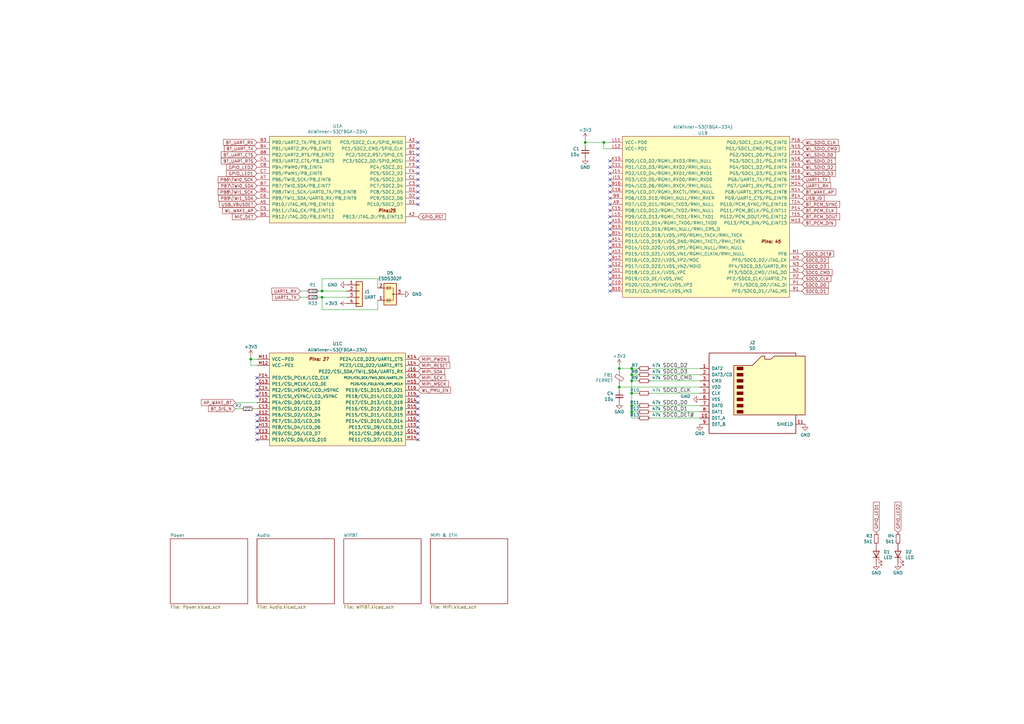
<source format=kicad_sch>
(kicad_sch (version 20230121) (generator eeschema)
  (paper "A3")
  (title_block (title "OtterCastAudioV2") (rev "1.0"))
  (lib_symbols
    (symbol "Connector:Micro_SD_Card_Det" (pin_names (offset 1.016))
      (property "Reference" "J" (at -16.51 17.78 0))
      (property "Value" "Micro_SD_Card_Det" (at 16.51 17.78 0))
      (symbol "Micro_SD_Card_Det_0_1"
        (rectangle (start -7.62 -6.985) (end -5.08 -8.255) (fill (type outline)))
        (rectangle (start -7.62 -4.445) (end -5.08 -5.715) (fill (type outline)))
        (rectangle (start -7.62 -1.905) (end -5.08 -3.175) (fill (type outline)))
        (rectangle (start -7.62 0.635) (end -5.08 -0.635) (fill (type outline)))
        (rectangle (start -7.62 3.175) (end -5.08 1.905) (fill (type outline)))
        (rectangle (start -7.62 5.715) (end -5.08 4.445) (fill (type outline)))
        (rectangle (start -7.62 8.255) (end -5.08 6.985) (fill (type outline)))
        (rectangle (start -7.62 10.795) (end -5.08 9.525) (fill (type outline)))
        (polyline (pts (xy 16.51 15.24) (xy 16.51 16.51) (xy -19.05 16.51) (xy -19.05 -16.51) (xy 16.51 -16.51) (xy 16.51 -8.89)) (stroke (width 0.254)))
        (polyline (pts (xy -8.89 -8.89) (xy -8.89 11.43) (xy -1.27 11.43) (xy 2.54 15.24) (xy 3.81 15.24) (xy 3.81 13.97) (xy 6.35 13.97) (xy 7.62 15.24) (xy 20.32 15.24) (xy 20.32 -8.89) (xy -8.89 -8.89)) (stroke (width 0.254)) (fill (type background)))
      )
      (symbol "Micro_SD_Card_Det_1_1"
        (pin bidirectional line (at -22.86 10.16 0) (length 3.81) (name "DAT2") (number "1"))
        (pin passive line (at -22.86 -10.16 0) (length 3.81) (name "DET_A") (number "10"))
        (pin passive line (at 20.32 -12.7 180) (length 3.81) (name "SHIELD") (number "11"))
        (pin bidirectional line (at -22.86 7.62 0) (length 3.81) (name "DAT3/CD") (number "2"))
        (pin input line (at -22.86 5.08 0) (length 3.81) (name "CMD") (number "3"))
        (pin power_in line (at -22.86 2.54 0) (length 3.81) (name "VDD") (number "4"))
        (pin input line (at -22.86 0 0) (length 3.81) (name "CLK") (number "5"))
        (pin power_in line (at -22.86 -2.54 0) (length 3.81) (name "VSS") (number "6"))
        (pin bidirectional line (at -22.86 -5.08 0) (length 3.81) (name "DAT0") (number "7"))
        (pin bidirectional line (at -22.86 -7.62 0) (length 3.81) (name "DAT1") (number "8"))
        (pin passive line (at -22.86 -12.7 0) (length 3.81) (name "DET_B") (number "9"))
      )
    )
    (symbol "Connector_Generic:Conn_01x04" (pin_names (offset 1.016) hide)
      (property "Reference" "J" (at 0 5.08 0))
      (property "Value" "Conn_01x04" (at 0 -7.62 0))
      (symbol "Conn_01x04_1_1"
        (rectangle (start -1.27 -4.953) (end 0 -5.207) (stroke (width 0.1524)))
        (rectangle (start -1.27 -2.413) (end 0 -2.667) (stroke (width 0.1524)))
        (rectangle (start -1.27 0.127) (end 0 -0.127) (stroke (width 0.1524)))
        (rectangle (start -1.27 2.667) (end 0 2.413) (stroke (width 0.1524)))
        (rectangle (start -1.27 3.81) (end 1.27 -6.35) (stroke (width 0.254)) (fill (type background)))
        (pin passive line (at -5.08 2.54 0) (length 3.81) (name "Pin_1") (number "1"))
        (pin passive line (at -5.08 0 0) (length 3.81) (name "Pin_2") (number "2"))
        (pin passive line (at -5.08 -2.54 0) (length 3.81) (name "Pin_3") (number "3"))
        (pin passive line (at -5.08 -5.08 0) (length 3.81) (name "Pin_4") (number "4"))
      )
    )
    (symbol "Device:C_Small" (pin_numbers hide) (pin_names (offset 0.254) hide)
      (property "Reference" "C" (at 0.254 1.778 0))
      (property "Value" "C_Small" (at 0.254 -2.032 0))
      (symbol "C_Small_0_1"
        (polyline (pts (xy -1.524 -0.508) (xy 1.524 -0.508)) (stroke (width 0.3302)))
        (polyline (pts (xy -1.524 0.508) (xy 1.524 0.508)) (stroke (width 0.3048)))
      )
      (symbol "C_Small_1_1"
        (pin passive line (at 0 2.54 270) (length 2.032) (name "~") (number "1"))
        (pin passive line (at 0 -2.54 90) (length 2.032) (name "~") (number "2"))
      )
    )
    (symbol "Device:LED" (pin_numbers hide) (pin_names (offset 1.016) hide)
      (property "Reference" "D" (at 0 2.54 0))
      (property "Value" "LED" (at 0 -2.54 0))
      (symbol "LED_0_1"
        (polyline (pts (xy -1.27 -1.27) (xy -1.27 1.27)) (stroke (width 0.254)))
        (polyline (pts (xy -1.27 0) (xy 1.27 0)))
        (polyline (pts (xy 1.27 -1.27) (xy 1.27 1.27) (xy -1.27 0) (xy 1.27 -1.27)) (stroke (width 0.254)))
        (polyline (pts (xy -3.048 -0.762) (xy -4.572 -2.286) (xy -3.81 -2.286) (xy -4.572 -2.286) (xy -4.572 -1.524)))
        (polyline (pts (xy -1.778 -0.762) (xy -3.302 -2.286) (xy -2.54 -2.286) (xy -3.302 -2.286) (xy -3.302 -1.524)))
      )
      (symbol "LED_1_1"
        (pin passive line (at -3.81 0 0) (length 2.54) (name "K") (number "1"))
        (pin passive line (at 3.81 0 180) (length 2.54) (name "A") (number "2"))
      )
    )
    (symbol "Device:R_Small" (pin_numbers hide) (pin_names (offset 0.254) hide)
      (property "Reference" "R" (at 0.762 0.508 0))
      (property "Value" "R_Small" (at 0.762 -1.016 0))
      (symbol "R_Small_0_1"
        (rectangle (start -0.762 1.778) (end 0.762 -1.778) (stroke (width 0.2032)))
      )
      (symbol "R_Small_1_1"
        (pin passive line (at 0 2.54 270) (length 0.762) (name "~") (number "1"))
        (pin passive line (at 0 -2.54 90) (length 0.762) (name "~") (number "2"))
      )
    )
    (symbol "OtterCastAudioV2-rescue:Ferrite_Bead_Small-Device" (pin_numbers hide) (pin_names (offset 0))
      (property "Reference" "FB" (at 1.905 1.27 0))
      (property "Value" "Ferrite_Bead_Small-Device" (at 1.905 -1.27 0))
      (symbol "Ferrite_Bead_Small-Device_0_1"
        (polyline (pts (xy 0 -1.27) (xy 0 -0.7874)))
        (polyline (pts (xy 0 0.889) (xy 0 1.2954)))
        (polyline (pts (xy -1.8288 0.2794) (xy -1.1176 1.4986) (xy 1.8288 -0.2032) (xy 1.1176 -1.4224) (xy -1.8288 0.2794)))
      )
      (symbol "Ferrite_Bead_Small-Device_1_1"
        (pin passive line (at 0 2.54 270) (length 1.27) (name "~") (number "1"))
        (pin passive line (at 0 -2.54 90) (length 1.27) (name "~") (number "2"))
      )
    )
    (symbol "Power_Protection:SP0502BAHT" (pin_names hide)
      (property "Reference" "D" (at 5.715 2.54 0))
      (property "Value" "SP0502BAHT" (at 5.715 0.635 0))
      (symbol "SP0502BAHT_0_0"
        (pin passive line (at 0 -5.08 90) (length 2.54) (name "A") (number "3"))
      )
      (symbol "SP0502BAHT_0_1"
        (rectangle (start -4.445 2.54) (end 4.445 -2.54) (stroke (width 0.254)) (fill (type background)))
        (circle (center 0 -1.27) (radius 0.254) (fill (type outline)))
        (polyline (pts (xy -2.54 2.54) (xy -2.54 1.27)))
        (polyline (pts (xy 0 -1.27) (xy 0 -2.54)))
        (polyline (pts (xy 2.54 2.54) (xy 2.54 1.27)))
        (polyline (pts (xy -3.302 1.016) (xy -3.302 1.27) (xy -1.905 1.27) (xy -1.778 1.27)))
        (polyline (pts (xy -2.54 1.27) (xy -2.54 -1.27) (xy 2.54 -1.27) (xy 2.54 1.27)))
        (polyline (pts (xy -2.54 1.27) (xy -1.905 0) (xy -3.175 0) (xy -2.54 1.27)))
        (polyline (pts (xy 1.778 1.016) (xy 1.778 1.27) (xy 3.175 1.27) (xy 3.302 1.27)))
        (polyline (pts (xy 2.54 1.27) (xy 1.905 0) (xy 3.175 0) (xy 2.54 1.27)))
      )
      (symbol "SP0502BAHT_1_1"
        (pin passive line (at -2.54 5.08 270) (length 2.54) (name "K") (number "1"))
        (pin passive line (at 2.54 5.08 270) (length 2.54) (name "K") (number "2"))
      )
    )
    (symbol "otter:AllWinner-S3(FBGA-234)" (pin_names (offset 1.016))
      (property "Reference" "U" (at 0 48.26 0))
      (property "Value" "AllWinner-S3(FBGA-234)" (at 0 -48.26 0))
      (symbol "AllWinner-S3(FBGA-234)_1_0"
        (rectangle (start 27.94 17.78) (end -27.94 -17.78) (fill (type background)))
        (text "Pins:25" (at 20.32 -12.7 0) (effects (font (size 1.27 1.27) bold italic)))
      )
      (symbol "AllWinner-S3(FBGA-234)_1_1"
        (pin bidirectional line (at 33.02 -15.24 180) (length 5.08) (name "PB13/JTAG_DI/PB_EINT13") (number "A2"))
        (pin bidirectional line (at 33.02 15.24 180) (length 5.08) (name "PC0/SDC2_CLK/SPI0_MISO") (number "A3"))
        (pin bidirectional line (at -33.02 -10.16 0) (length 5.08) (name "PB10/JTAG_MS/PB_EINT10") (number "A5"))
        (pin bidirectional line (at -33.02 0 0) (length 5.08) (name "PB6/TWI0_SCK/PB_EINT6") (number "A7"))
        (pin bidirectional line (at 33.02 10.16 180) (length 5.08) (name "PC2/SDC2_RST/SPI0_CS") (number "B1"))
        (pin bidirectional line (at 33.02 12.7 180) (length 5.08) (name "PC1/SDC2_CMD/SPI0_CLK") (number "B2"))
        (pin bidirectional line (at -33.02 15.24 0) (length 5.08) (name "PB0/UART2_TX/PB_EINT0") (number "B3"))
        (pin bidirectional line (at -33.02 12.7 0) (length 5.08) (name "PB1/UART2_RX/PB_EINT1") (number "B4"))
        (pin bidirectional line (at -33.02 -15.24 0) (length 5.08) (name "PB12/JTAG_DO/PB_EINT12") (number "B5"))
        (pin bidirectional line (at -33.02 -5.08 0) (length 5.08) (name "PB8/TWI1_SCK/UART0_TX/PB_EINT8") (number "B6"))
        (pin bidirectional line (at -33.02 -2.54 0) (length 5.08) (name "PB7/TWI0_SDA/PB_EINT7") (number "B7"))
        (pin bidirectional line (at -33.02 10.16 0) (length 5.08) (name "PB2/UART2_RTS/PB_EINT2") (number "B8"))
        (pin bidirectional line (at 33.02 0 180) (length 5.08) (name "PC6/SDC2_D3") (number "C1"))
        (pin bidirectional line (at 33.02 7.62 180) (length 5.08) (name "PC3/SDC2_D0/SPI0_MOSI") (number "C2"))
        (pin bidirectional line (at 33.02 -2.54 180) (length 5.08) (name "PC7/SDC2_D4") (number "C3"))
        (pin bidirectional line (at -33.02 7.62 0) (length 5.08) (name "PB3/UART2_CTS/PB_EINT3") (number "C4"))
        (pin bidirectional line (at -33.02 -12.7 0) (length 5.08) (name "PB11/JTAG_CK/PB_EINT11") (number "C5"))
        (pin bidirectional line (at -33.02 -7.62 0) (length 5.08) (name "PB9/TWI1_SDA/UART0_RX/PB_EINT9") (number "C6"))
        (pin bidirectional line (at -33.02 2.54 0) (length 5.08) (name "PB5/PWM1/PB_EINT5") (number "C7"))
        (pin bidirectional line (at -33.02 5.08 0) (length 5.08) (name "PB4/PWM0/PB_EINT4") (number "C8"))
        (pin bidirectional line (at 33.02 -10.16 180) (length 5.08) (name "PC10/SDC2_D7") (number "D1"))
        (pin bidirectional line (at 33.02 -7.62 180) (length 5.08) (name "PC9/SDC2_D6") (number "D2"))
        (pin bidirectional line (at 33.02 -5.08 180) (length 5.08) (name "PC8/SDC2_D5") (number "D3"))
        (pin bidirectional line (at 33.02 5.08 180) (length 5.08) (name "PC4/SDC2_D1") (number "F3"))
        (pin bidirectional line (at 33.02 2.54 180) (length 5.08) (name "PC5/SDC2_D2") (number "F4"))
      )
      (symbol "AllWinner-S3(FBGA-234)_2_0"
        (rectangle (start -33.02 33.02) (end 35.56 -33.02) (fill (type background)))
        (rectangle (start 12.7 -33.02) (end 12.7 -33.02))
        (text "Pins: 45" (at 27.94 -10.16 0) (effects (font (size 1.27 1.27) bold italic)))
      )
      (symbol "AllWinner-S3(FBGA-234)_2_1"
        (pin bidirectional line (at -38.1 -22.86 0) (length 5.08) (name "PD18/LCD_CLK/LVDS_VPC") (number "A11"))
        (pin bidirectional line (at -38.1 -15.24 0) (length 5.08) (name "PD15/LCD_D21/LVDS_VN1/RGMII_CLKIN/RMII_NULL") (number "A13"))
        (pin bidirectional line (at -38.1 -10.16 0) (length 5.08) (name "PD13/LCD_D19/LVDS_DN0/RGMII_TXCTL/RMII_TXEN") (number "A14"))
        (pin bidirectional line (at -38.1 -2.54 0) (length 5.08) (name "PD10/LCD_D14/RGMII_TXD0/RMII_TXD0") (number "A15"))
        (pin bidirectional line (at -38.1 5.08 0) (length 5.08) (name "PD7/LCD_D11/RGMII_TXD3/RMII_NULL") (number "A9"))
        (pin bidirectional line (at -38.1 -30.48 0) (length 5.08) (name "PD21/LCD_VSYNC/LVDS_VN3") (number "B10"))
        (pin bidirectional line (at -38.1 -25.4 0) (length 5.08) (name "PD19/LCD_DE/LVDS_VNC") (number "B11"))
        (pin bidirectional line (at -38.1 -17.78 0) (length 5.08) (name "PD16/LCD_D22/LVDS_VP2/MDC") (number "B12"))
        (pin bidirectional line (at -38.1 -12.7 0) (length 5.08) (name "PD14/LCD_D20/LVDS_VP1/RGMII_NULL/RMII_NULL") (number "B13"))
        (pin bidirectional line (at -38.1 -7.62 0) (length 5.08) (name "PD12/LCD_D18/LVDS_VP0/RGMII_TXCK/RMII_TXCK") (number "B14"))
        (pin bidirectional line (at -38.1 -5.08 0) (length 5.08) (name "PD11/LCD_D15/RGMII_NULL/RMII_CRS_D") (number "B15"))
        (pin bidirectional line (at -38.1 12.7 0) (length 5.08) (name "PD4/LCD_D6/RGMII_RXCK/RMII_NULL") (number "B16"))
        (pin bidirectional line (at -38.1 7.62 0) (length 5.08) (name "PD6/LCD_D10/RGMII_NULL/RMII_RXER") (number "B9"))
        (pin bidirectional line (at -38.1 -27.94 0) (length 5.08) (name "PD20/LCD_HSYNC/LVDS_VP3") (number "C10"))
        (pin bidirectional line (at -38.1 20.32 0) (length 5.08) (name "PD1/LCD_D3/RGMII_RXD2/RMII_NULL") (number "C11"))
        (pin bidirectional line (at -38.1 -20.32 0) (length 5.08) (name "PD17/LCD_D23/LVDS_VN2/MDIO") (number "C12"))
        (pin bidirectional line (at -38.1 2.54 0) (length 5.08) (name "PD8/LCD_D12/RGMII_TXD2/RMII_NULL") (number "C15"))
        (pin bidirectional line (at -38.1 10.16 0) (length 5.08) (name "PD5/LCD_D7/RGMII_RXCTL/RMII_NULL") (number "C16"))
        (pin bidirectional line (at -38.1 17.78 0) (length 5.08) (name "PD2/LCD_D4/RGMII_RXD1/RMII_RXD1") (number "J14"))
        (pin bidirectional line (at -38.1 15.24 0) (length 5.08) (name "PD3/LCD_D5/RGMII_RXD0/RMII_RXD0") (number "J15"))
        (pin bidirectional line (at -38.1 22.86 0) (length 5.08) (name "PD0/LCD_D2/RGMII_RXD3/RMII_NULL") (number "K15"))
        (pin power_in line (at -38.1 30.48 0) (length 5.08) (name "VCC-PD0") (number "L11"))
        (pin power_in line (at -38.1 27.94 0) (length 5.08) (name "VCC-PD1") (number "L12"))
        (pin bidirectional line (at -38.1 0 0) (length 5.08) (name "PD9/LCD_D13/RGMII_TXD1/RMII_TXD1") (number "L15"))
        (pin bidirectional line (at 40.64 -15.24 180) (length 5.08) (name "PF6") (number "M1"))
        (pin bidirectional line (at 40.64 -2.54 180) (length 5.08) (name "PG13/PCM_DIN/PG_EINT13") (number "M13"))
        (pin bidirectional line (at 40.64 12.7 180) (length 5.08) (name "PG7/UART1_RX/PG_EINT7") (number "M14"))
        (pin bidirectional line (at 40.64 15.24 180) (length 5.08) (name "PG6/UART1_TX/PG_EINT6") (number "M15"))
        (pin bidirectional line (at 40.64 -17.78 180) (length 5.08) (name "PF5/SDC0_D2/JTAG_CK") (number "M2"))
        (pin bidirectional line (at 40.64 10.16 180) (length 5.08) (name "PG8/UART1_RTS/PG_EINT8") (number "N14"))
        (pin bidirectional line (at 40.64 27.94 180) (length 5.08) (name "PG1/SDC1_CMD/PG_EINT1") (number "N15"))
        (pin bidirectional line (at 40.64 22.86 180) (length 5.08) (name "PG3/SDC1_D1/PG_EINT3") (number "N16"))
        (pin bidirectional line (at 40.64 -22.86 180) (length 5.08) (name "PF3/SDC0_CMD/JTAG_DO") (number "N2"))
        (pin bidirectional line (at 40.64 -20.32 180) (length 5.08) (name "PF4/SDC0_D3/UART0_RX") (number "N3"))
        (pin bidirectional line (at 40.64 -27.94 180) (length 5.08) (name "PF1/SDC0_D0/JTAG_DI") (number "P1"))
        (pin bidirectional line (at 40.64 2.54 180) (length 5.08) (name "PG11/PCM_BCLK/PG_EINT11") (number "P14"))
        (pin bidirectional line (at 40.64 25.4 180) (length 5.08) (name "PG2/SDC1_D0/PG_EINT2") (number "P15"))
        (pin bidirectional line (at 40.64 30.48 180) (length 5.08) (name "PG0/SDC1_CLK/PG_EINT0") (number "P16"))
        (pin bidirectional line (at 40.64 -25.4 180) (length 5.08) (name "PF2/SDC0_CLK/UART0_TX") (number "P2"))
        (pin bidirectional line (at 40.64 -30.48 180) (length 5.08) (name "PF0/SDC0_D1/JTAG_MS") (number "R1"))
        (pin bidirectional line (at 40.64 7.62 180) (length 5.08) (name "PG9/UART1_CTS/PG_EINT9") (number "R14"))
        (pin bidirectional line (at 40.64 20.32 180) (length 5.08) (name "PG4/SDC1_D2/PG_EINT4") (number "R15"))
        (pin bidirectional line (at 40.64 17.78 180) (length 5.08) (name "PG5/SDC1_D3/PG_EINT5") (number "R16"))
        (pin bidirectional line (at 40.64 5.08 180) (length 5.08) (name "PG10/PCM_SYNC/PG_EINT10") (number "T14"))
        (pin bidirectional line (at 40.64 0 180) (length 5.08) (name "PG12/PCM_DOUT/PG_EINT12") (number "T15"))
      )
      (symbol "AllWinner-S3(FBGA-234)_3_0"
        (rectangle (start -27.94 17.78) (end 27.94 -20.32) (fill (type background)))
        (text "Pins: 27" (at -7.62 15.24 0) (effects (font (size 1.27 1.27) bold italic)))
      )
      (symbol "AllWinner-S3(FBGA-234)_3_1"
        (pin bidirectional line (at -33.02 -5.08 0) (length 5.08) (name "PE5/CSI_D1/LCD_D3") (number "C13"))
        (pin bidirectional line (at -33.02 2.54 0) (length 5.08) (name "PE2/CSI_HSYNC/LCD_HSYNC") (number "C14"))
        (pin bidirectional line (at 33.02 -2.54 180) (length 5.08) (name "PE17/CSI_D13/LCD_D19") (number "D14"))
        (pin bidirectional line (at 33.02 -5.08 180) (length 5.08) (name "PE16/CSI_D12/LCD_D18") (number "D15"))
        (pin bidirectional line (at -33.02 -7.62 0) (length 5.08) (name "PE6/CSI_D2/LCD_D4") (number "E12"))
        (pin bidirectional line (at -33.02 -15.24 0) (length 5.08) (name "PE9/CSI_D5/LCD_D7") (number "E13"))
        (pin bidirectional line (at 33.02 0 180) (length 5.08) (name "PE18/CSI_D14/LCD_D20") (number "E15"))
        (pin bidirectional line (at 33.02 2.54 180) (length 5.08) (name "PE19/CSI_D15/LCD_D21") (number "E16"))
        (pin bidirectional line (at -33.02 -2.54 0) (length 5.08) (name "PE4/CSI_D0/LCD_D2") (number "F12"))
        (pin bidirectional line (at -33.02 7.62 0) (length 5.08) (name "PE0/CSI_PCLK/LCD_CLK") (number "F14"))
        (pin bidirectional line (at -33.02 0 0) (length 5.08) (name "PE3/CSI_VSYNC/LCD_VSYNC") (number "F15"))
        (pin bidirectional line (at -33.02 5.08 0) (length 5.08) (name "PE1/CSI_MCLK/LCD_DE") (number "G13"))
        (pin bidirectional line (at 33.02 -15.24 180) (length 5.08) (name "PE12/CSI_D8/LCD_D12") (number "G14"))
        (pin bidirectional line (at -33.02 -10.16 0) (length 5.08) (name "PE7/CSI_D3/LCD_D5") (number "G15"))
        (pin bidirectional line (at 33.02 7.62 180) (length 5.08) (name "PE21/CSI_SCK/TWI1_SCK/UART1_TX") (number "G16"))
        (pin bidirectional line (at -33.02 -12.7 0) (length 5.08) (name "PE8/CSI_D4/LCD_D6") (number "H13"))
        (pin bidirectional line (at 33.02 -17.78 180) (length 5.08) (name "PE11/CSI_D7/LCD_D11") (number "H14"))
        (pin bidirectional line (at 33.02 5.08 180) (length 5.08) (name "PE20/CSI_FIELD/CSI_MIPI_MCLK") (number "H15"))
        (pin bidirectional line (at -33.02 -17.78 0) (length 5.08) (name "PE10/CSI_D6/LCD_D10") (number "J13"))
        (pin bidirectional line (at 33.02 10.16 180) (length 5.08) (name "PE22/CSI_SDA/TWI1_SDA/UART1_RX") (number "J16"))
        (pin bidirectional line (at 33.02 -7.62 180) (length 5.08) (name "PE15/CSI_D11/LCD_D15") (number "K13"))
        (pin bidirectional line (at 33.02 15.24 180) (length 5.08) (name "PE24/LCD_D23/UART1_CTS") (number "K14"))
        (pin bidirectional line (at 33.02 -12.7 180) (length 5.08) (name "PE13/CSI_D9/LCD_D13") (number "L13"))
        (pin bidirectional line (at 33.02 12.7 180) (length 5.08) (name "PE23/LCD_D22/UART1_RTS") (number "L14"))
        (pin bidirectional line (at 33.02 -10.16 180) (length 5.08) (name "PE14/CSI_D10/LCD_D14") (number "L16"))
        (pin power_in line (at -33.02 15.24 0) (length 5.08) (name "VCC-PE0") (number "M11"))
        (pin power_in line (at -33.02 12.7 0) (length 5.08) (name "VCC-PE1") (number "M12"))
      )
      (symbol "AllWinner-S3(FBGA-234)_4_0"
        (rectangle (start -27.94 33.02) (end 27.94 -33.02) (fill (type background)))
        (text "Pins: 77" (at 0 0 0) (effects (font (size 1.27 1.27) bold italic)))
        (text "Port B,C,F,G" (at -23.495 29.21 0) (effects (font (size 0.635 0.635))))
      )
      (symbol "AllWinner-S3(FBGA-234)_4_1"
        (pin power_in line (at 33.02 -27.94 180) (length 5.08) (name "GND20") (number "A1"))
        (pin power_in line (at 33.02 -25.4 180) (length 5.08) (name "GND21") (number "A16"))
        (pin power_in line (at 33.02 -22.86 180) (length 5.08) (name "GND22") (number "C9"))
        (pin power_in line (at 33.02 -5.08 180) (length 5.08) (name "GND29") (number "D10"))
        (pin power_in line (at 33.02 -2.54 180) (length 5.08) (name "GND30") (number "D11"))
        (pin power_in line (at 33.02 0 180) (length 5.08) (name "GND31") (number "D12"))
        (pin power_in line (at 33.02 -20.32 180) (length 5.08) (name "GND23") (number "D4"))
        (pin power_in line (at 33.02 -17.78 180) (length 5.08) (name "GND24") (number "D5"))
        (pin power_in line (at 33.02 -15.24 180) (length 5.08) (name "GND25") (number "D6"))
        (pin power_in line (at 33.02 -12.7 180) (length 5.08) (name "GND26") (number "D7"))
        (pin power_in line (at 33.02 -10.16 180) (length 5.08) (name "GND27") (number "D8"))
        (pin power_in line (at 33.02 -7.62 180) (length 5.08) (name "GND28") (number "D9"))
        (pin power_in line (at 33.02 17.78 180) (length 5.08) (name "GND38") (number "E10"))
        (pin power_in line (at 33.02 20.32 180) (length 5.08) (name "GND39") (number "E11"))
        (pin power_in line (at -33.02 -27.94 0) (length 5.08) (name "GND0") (number "E14"))
        (pin power_in line (at 33.02 2.54 180) (length 5.08) (name "GND32") (number "E4"))
        (pin bidirectional line (at 33.02 5.08 180) (length 5.08) (name "GND33") (number "E5"))
        (pin bidirectional line (at 33.02 7.62 180) (length 5.08) (name "GND34") (number "E6"))
        (pin power_in line (at 33.02 10.16 180) (length 5.08) (name "GND35") (number "E7"))
        (pin power_in line (at 33.02 12.7 180) (length 5.08) (name "GND36") (number "E8"))
        (pin power_in line (at 33.02 15.24 180) (length 5.08) (name "GND37") (number "E9"))
        (pin power_in line (at -20.32 -38.1 90) (length 5.08) (name "GND2") (number "F10"))
        (pin power_in line (at -17.78 -38.1 90) (length 5.08) (name "GND3") (number "F11"))
        (pin power_in line (at -33.02 -5.08 0) (length 5.08) (name "VCC_DRAM0") (number "F6"))
        (pin power_in line (at -33.02 -7.62 0) (length 5.08) (name "VCC_DRAM1") (number "F7"))
        (pin power_in line (at -33.02 -10.16 0) (length 5.08) (name "VCC_DRAM2") (number "F8"))
        (pin power_in line (at -33.02 -30.48 0) (length 5.08) (name "GND1") (number "F9"))
        (pin power_in line (at -2.54 -38.1 90) (length 5.08) (name "GND9") (number "G10"))
        (pin power_in line (at 0 -38.1 90) (length 5.08) (name "GND10") (number "G11"))
        (pin power_in line (at -33.02 10.16 0) (length 5.08) (name "VDD_CPU0") (number "G12"))
        (pin power_in line (at -15.24 -38.1 90) (length 5.08) (name "GND4") (number "G4"))
        (pin power_in line (at -12.7 -38.1 90) (length 5.08) (name "GND5") (number "G5"))
        (pin power_in line (at -10.16 -38.1 90) (length 5.08) (name "GND6") (number "G6"))
        (pin power_in line (at -7.62 -38.1 90) (length 5.08) (name "GND7") (number "G7"))
        (pin power_in line (at -33.02 -12.7 0) (length 5.08) (name "VCC_DRAM3") (number "G8"))
        (pin power_in line (at -5.08 -38.1 90) (length 5.08) (name "GND8") (number "G9"))
        (pin power_in line (at 15.24 -38.1 90) (length 5.08) (name "GND16") (number "H10"))
        (pin power_in line (at -33.02 30.48 0) (length 5.08) (name "VCC_IO0") (number "H11"))
        (pin power_in line (at -33.02 7.62 0) (length 5.08) (name "VDD_CPU1") (number "H12"))
        (pin power_in line (at 2.54 -38.1 90) (length 5.08) (name "GND11") (number "H3"))
        (pin power_in line (at 5.08 -38.1 90) (length 5.08) (name "GND12") (number "H4"))
        (pin power_in line (at 7.62 -38.1 90) (length 5.08) (name "GND13") (number "H5"))
        (pin power_in line (at 10.16 -38.1 90) (length 5.08) (name "GND14") (number "H7"))
        (pin power_in line (at -33.02 -15.24 0) (length 5.08) (name "VCC_DRAM4") (number "H8"))
        (pin power_in line (at 12.7 -38.1 90) (length 5.08) (name "GND15") (number "H9"))
        (pin power_in line (at -12.7 38.1 270) (length 5.08) (name "GND56") (number "J10"))
        (pin power_in line (at -33.02 5.08 0) (length 5.08) (name "VDD_CPU2") (number "J11"))
        (pin power_in line (at -33.02 2.54 0) (length 5.08) (name "VDD_CPU3") (number "J12"))
        (pin power_in line (at 17.78 -38.1 90) (length 5.08) (name "GND17") (number "J3"))
        (pin power_in line (at 20.32 -38.1 90) (length 5.08) (name "GND18") (number "J4"))
        (pin power_in line (at 33.02 -30.48 180) (length 5.08) (name "GND19") (number "J6"))
        (pin power_in line (at -17.78 38.1 270) (length 5.08) (name "GND58") (number "J7"))
        (pin power_in line (at -33.02 -17.78 0) (length 5.08) (name "VCC_DRAM5") (number "J8"))
        (pin power_in line (at -15.24 38.1 270) (length 5.08) (name "GND57") (number "J9"))
        (pin power_in line (at 0 38.1 270) (length 5.08) (name "GND51") (number "K10"))
        (pin power_in line (at -33.02 0 0) (length 5.08) (name "VDD_CPU4") (number "K11"))
        (pin power_in line (at 2.54 38.1 270) (length 5.08) (name "GND50") (number "K12"))
        (pin power_in line (at -10.16 38.1 270) (length 5.08) (name "GND55") (number "K3"))
        (pin power_in line (at -7.62 38.1 270) (length 5.08) (name "GND54") (number "K4"))
        (pin power_in line (at -5.08 38.1 270) (length 5.08) (name "GND53") (number "K6"))
        (pin power_in line (at -2.54 38.1 270) (length 5.08) (name "GND52") (number "K7"))
        (pin power_in line (at -33.02 22.86 0) (length 5.08) (name "VDD_SYS0") (number "K8"))
        (pin power_in line (at -33.02 20.32 0) (length 5.08) (name "VDD_SYS1") (number "K9"))
        (pin power_in line (at 12.7 38.1 270) (length 5.08) (name "GND46") (number "L10"))
        (pin power_in line (at 5.08 38.1 270) (length 5.08) (name "GND49") (number "L4"))
        (pin power_in line (at 7.62 38.1 270) (length 5.08) (name "GND48") (number "L7"))
        (pin power_in line (at -33.02 17.78 0) (length 5.08) (name "VDD_SYS2") (number "L8"))
        (pin power_in line (at 10.16 38.1 270) (length 5.08) (name "GND47") (number "L9"))
        (pin power_in line (at 15.24 38.1 270) (length 5.08) (name "GND45") (number "M10"))
        (pin power_in line (at -33.02 -22.86 0) (length 5.08) (name "VDD_EFUSE") (number "M6"))
        (pin power_in line (at -33.02 15.24 0) (length 5.08) (name "VDD_SYS3") (number "M8"))
        (pin power_in line (at 33.02 30.48 180) (length 5.08) (name "GND43") (number "N4"))
        (pin power_in line (at 17.78 38.1 270) (length 5.08) (name "GND44") (number "N8"))
        (pin power_in line (at -33.02 27.94 0) (length 5.08) (name "VCC_IO1") (number "P5"))
        (pin power_in line (at 33.02 27.94 180) (length 5.08) (name "GND42") (number "R5"))
        (pin power_in line (at 33.02 22.86 180) (length 5.08) (name "GND40") (number "T1"))
        (pin power_in line (at 33.02 25.4 180) (length 5.08) (name "GND41") (number "T16"))
      )
      (symbol "AllWinner-S3(FBGA-234)_5_0"
        (rectangle (start -12.7 -45.72) (end 12.7 45.72) (fill (type background)))
        (text "Pins:60" (at -2.54 -43.18 0) (effects (font (size 1.27 1.27) bold italic)))
      )
      (symbol "AllWinner-S3(FBGA-234)_5_1"
        (pin bidirectional line (at 17.78 -2.54 180) (length 5.08) (name "EPHY_TXN") (number "E2"))
        (pin bidirectional line (at 17.78 0 180) (length 5.08) (name "EPHY_TXP") (number "E3"))
        (pin bidirectional line (at 17.78 -7.62 180) (length 5.08) (name "EPHY_RXN") (number "F1"))
        (pin bidirectional line (at 17.78 -5.08 180) (length 5.08) (name "EPHY_RXP") (number "F2"))
        (pin input line (at -17.78 -43.18 0) (length 5.08) (name "ZQ") (number "F5"))
        (pin bidirectional line (at 17.78 17.78 180) (length 5.08) (name "MCSI_D0N") (number "G2"))
        (pin bidirectional line (at 17.78 15.24 180) (length 5.08) (name "MCSI_D0P") (number "G3"))
        (pin bidirectional line (at 17.78 22.86 180) (length 5.08) (name "MCSI_D1N") (number "H1"))
        (pin bidirectional line (at 17.78 20.32 180) (length 5.08) (name "MCSI_D1P") (number "H2"))
        (pin input line (at -17.78 -38.1 0) (length 5.08) (name "DVREF") (number "H6"))
        (pin bidirectional line (at 17.78 12.7 180) (length 5.08) (name "MCSI_CKN") (number "J1"))
        (pin bidirectional line (at 17.78 10.16 180) (length 5.08) (name "MCSI_CKP") (number "J2"))
        (pin input line (at -17.78 -40.64 0) (length 5.08) (name "DZQ") (number "J5"))
        (pin bidirectional line (at 17.78 27.94 180) (length 5.08) (name "MCSI_D2N") (number "K1"))
        (pin bidirectional line (at 17.78 25.4 180) (length 5.08) (name "MCSI_D2P") (number "K2"))
        (pin bidirectional line (at 17.78 -10.16 180) (length 5.08) (name "EPHY_LINK_LED") (number "K5"))
        (pin bidirectional line (at 17.78 33.02 180) (length 5.08) (name "MCSI_D3N") (number "L2"))
        (pin bidirectional line (at 17.78 30.48 180) (length 5.08) (name "MCSI_D3P") (number "L3"))
        (pin bidirectional line (at 17.78 -12.7 180) (length 5.08) (name "EPHY_SPD_LED") (number "L5"))
        (pin power_in line (at 17.78 -38.1 180) (length 5.08) (name "VCC_PLL") (number "L6"))
        (pin power_in line (at 17.78 35.56 180) (length 5.08) (name "VCC_MCSI") (number "M4"))
        (pin power_in line (at 17.78 5.08 180) (length 5.08) (name "EPHY_VCC") (number "M5"))
        (pin power_in line (at -17.78 -2.54 0) (length 5.08) (name "AVCC") (number "M7"))
        (pin input line (at -17.78 -15.24 0) (length 5.08) (name "HPVCCBP") (number "M9"))
        (pin input line (at -17.78 2.54 0) (length 5.08) (name "VRA2") (number "N10"))
        (pin input line (at -17.78 -20.32 0) (length 5.08) (name "HPCOMFB") (number "N11"))
        (pin bidirectional line (at -17.78 -17.78 0) (length 5.08) (name "HPCOM") (number "N12"))
        (pin bidirectional line (at -17.78 -25.4 0) (length 5.08) (name "HPOUTR") (number "N13"))
        (pin power_in line (at 17.78 2.54 180) (length 5.08) (name "EPHY_VDD") (number "N5"))
        (pin power_in line (at 17.78 -20.32 180) (length 5.08) (name "VCC_RTC") (number "N6"))
        (pin power_in line (at -17.78 33.02 0) (length 5.08) (name "VCC_USB") (number "N7"))
        (pin input line (at -17.78 20.32 0) (length 5.08) (name "HBIAS") (number "N9"))
        (pin input line (at -17.78 22.86 0) (length 5.08) (name "MBIAS") (number "P10"))
        (pin bidirectional line (at -17.78 10.16 0) (length 5.08) (name "MICIN2N") (number "P11"))
        (pin power_in line (at -17.78 -12.7 0) (length 5.08) (name "HPVCCIN") (number "P12"))
        (pin bidirectional line (at -17.78 -22.86 0) (length 5.08) (name "HPOUTL") (number "P13"))
        (pin output line (at 17.78 -22.86 180) (length 5.08) (name "X32KFOUT") (number "P3"))
        (pin output line (at 17.78 -43.18 180) (length 5.08) (name "X24MOUT") (number "P4"))
        (pin bidirectional line (at 17.78 -15.24 180) (length 5.08) (name "EPHY_RTX") (number "P6"))
        (pin input inverted (at -17.78 38.1 0) (length 5.08) (name "RESET") (number "P7"))
        (pin power_in line (at -17.78 -7.62 0) (length 5.08) (name "AGND") (number "P8"))
        (pin bidirectional line (at -17.78 17.78 0) (length 5.08) (name "MICIN3P") (number "P9"))
        (pin bidirectional line (at -17.78 5.08 0) (length 5.08) (name "MICIN1N") (number "R10"))
        (pin bidirectional line (at -17.78 12.7 0) (length 5.08) (name "MICIN2P") (number "R11"))
        (pin bidirectional line (at -17.78 -33.02 0) (length 5.08) (name "LINEINL") (number "R12"))
        (pin input line (at -17.78 43.18 0) (length 5.08) (name "JTAG_SEL") (number "R13"))
        (pin bidirectional line (at -17.78 30.48 0) (length 5.08) (name "USB_DM") (number "R2"))
        (pin output line (at 17.78 -30.48 180) (length 5.08) (name "X32KOUT") (number "R3"))
        (pin input line (at 17.78 -40.64 180) (length 5.08) (name "X24MIN") (number "R4"))
        (pin bidirectional line (at -17.78 -30.48 0) (length 5.08) (name "LINEOUTL") (number "R6"))
        (pin input line (at -17.78 40.64 0) (length 5.08) (name "NMI") (number "R7"))
        (pin input line (at 17.78 40.64 180) (length 5.08) (name "LRADC1") (number "R8"))
        (pin bidirectional line (at -17.78 15.24 0) (length 5.08) (name "MICIN3N") (number "R9"))
        (pin bidirectional line (at -17.78 7.62 0) (length 5.08) (name "MICIN1P") (number "T10"))
        (pin bidirectional line (at -17.78 -35.56 0) (length 5.08) (name "LINEINR") (number "T12"))
        (pin bidirectional line (at -17.78 27.94 0) (length 5.08) (name "USB_DP") (number "T2"))
        (pin input line (at 17.78 -25.4 180) (length 5.08) (name "X32KIN") (number "T3"))
        (pin power_out line (at 17.78 -33.02 180) (length 5.08) (name "RTC_VIO") (number "T5"))
        (pin bidirectional line (at -17.78 -27.94 0) (length 5.08) (name "LINEOUTR") (number "T6"))
        (pin input line (at 17.78 43.18 180) (length 5.08) (name "LRADC0") (number "T8"))
      )
    )
    (symbol "otter:GND" (power) (pin_names (offset 0))
      (property "Value" "GND" (at 0 -3.81 0))
      (symbol "GND_0_1"
        (polyline (pts (xy 0 0) (xy 0 -1.27) (xy 1.27 -1.27) (xy 0 -2.54) (xy -1.27 -1.27) (xy 0 -1.27)))
      )
      (symbol "GND_1_1"
        (pin power_in line (at 0 0 270) (length 0) hide (name "GND") (number "1"))
      )
    )
    (symbol "power:+3V3" (power) (pin_names (offset 0))
      (property "Value" "+3V3" (at 0 3.556 0))
      (symbol "+3V3_0_1"
        (polyline (pts (xy -0.762 1.27) (xy 0 2.54)))
        (polyline (pts (xy 0 0) (xy 0 2.54)))
        (polyline (pts (xy 0 2.54) (xy 0.762 1.27)))
      )
      (symbol "+3V3_1_1"
        (pin power_in line (at 0 0 90) (length 0) hide (name "+3V3") (number "1"))
      )
    )
    (symbol "power:GND" (power) (pin_names (offset 0))
      (property "Value" "GND" (at 0 -3.81 0))
      (symbol "GND_0_1"
        (polyline (pts (xy 0 0) (xy 0 -1.27) (xy 1.27 -1.27) (xy 0 -2.54) (xy -1.27 -1.27) (xy 0 -1.27)))
      )
      (symbol "GND_1_1"
        (pin power_in line (at 0 0 270) (length 0) hide (name "GND") (number "1"))
      )
    )
  )
  (junction (at 259.08 151.13))
  (junction (at 259.08 166.37))
  (junction (at 259.08 156.21))
  (junction (at 102.87 147.32))
  (junction (at 132.08 119.38))
  (junction (at 259.08 161.29))
  (junction (at 254 158.75))
  (junction (at 259.08 168.91))
  (junction (at 132.08 121.92))
  (junction (at 240.03 58.42))
  (junction (at 247.65 58.42))
  (junction (at 254 151.13))
  (junction (at 259.08 153.67))
  (no_connect (at 250.19 88.9))
  (no_connect (at 171.45 172.72))
  (no_connect (at 105.41 170.18))
  (no_connect (at 171.45 76.2))
  (no_connect (at 171.45 170.18))
  (no_connect (at 250.19 99.06))
  (no_connect (at 171.45 177.8))
  (no_connect (at 171.45 71.12))
  (no_connect (at 105.41 172.72))
  (no_connect (at 250.19 71.12))
  (no_connect (at 171.45 81.28))
  (no_connect (at 105.41 162.56))
  (no_connect (at 171.45 63.5))
  (no_connect (at 250.19 109.22))
  (no_connect (at 171.45 66.04))
  (no_connect (at 105.41 154.94))
  (no_connect (at 105.41 157.48))
  (no_connect (at 250.19 83.82))
  (no_connect (at 171.45 68.58))
  (no_connect (at 105.41 177.8))
  (no_connect (at 105.41 175.26))
  (no_connect (at 250.19 81.28))
  (no_connect (at 250.19 78.74))
  (no_connect (at 171.45 73.66))
  (no_connect (at 250.19 86.36))
  (no_connect (at 171.45 58.42))
  (no_connect (at 250.19 116.84))
  (no_connect (at 250.19 93.98))
  (no_connect (at 171.45 167.64))
  (no_connect (at 250.19 104.14))
  (no_connect (at 105.41 180.34))
  (no_connect (at 171.45 78.74))
  (no_connect (at 105.41 160.02))
  (no_connect (at 250.19 96.52))
  (no_connect (at 250.19 68.58))
  (no_connect (at 171.45 60.96))
  (no_connect (at 250.19 114.3))
  (no_connect (at 250.19 106.68))
  (no_connect (at 171.45 83.82))
  (no_connect (at 171.45 180.34))
  (no_connect (at 171.45 165.1))
  (no_connect (at 171.45 175.26))
  (no_connect (at 171.45 162.56))
  (no_connect (at 250.19 101.6))
  (no_connect (at 250.19 73.66))
  (no_connect (at 250.19 66.04))
  (no_connect (at 250.19 111.76))
  (no_connect (at 250.19 76.2))
  (no_connect (at 250.19 91.44))
  (no_connect (at 250.19 119.38))
  (wire (pts (xy 154.94 127) (xy 154.94 123.19)))
  (wire (pts (xy 259.08 161.29) (xy 261.62 161.29)))
  (wire (pts (xy 247.65 60.96) (xy 250.19 60.96)))
  (wire (pts (xy 240.03 57.15) (xy 240.03 58.42)))
  (wire (pts (xy 130.81 121.92) (xy 132.08 121.92)))
  (wire (pts (xy 132.08 119.38) (xy 132.08 114.3)))
  (wire (pts (xy 132.08 119.38) (xy 142.24 119.38)))
  (wire (pts (xy 259.08 151.13) (xy 254 151.13)))
  (wire (pts (xy 123.19 121.92) (xy 125.73 121.92)))
  (wire (pts (xy 96.52 165.1) (xy 105.41 165.1)))
  (wire (pts (xy 259.08 171.45) (xy 261.62 171.45)))
  (wire (pts (xy 266.7 153.67) (xy 287.02 153.67)))
  (wire (pts (xy 266.7 166.37) (xy 287.02 166.37)))
  (wire (pts (xy 266.7 168.91) (xy 287.02 168.91)))
  (wire (pts (xy 259.08 153.67) (xy 259.08 156.21)))
  (wire (pts (xy 123.19 119.38) (xy 125.73 119.38)))
  (wire (pts (xy 247.65 58.42) (xy 247.65 60.96)))
  (wire (pts (xy 247.65 58.42) (xy 250.19 58.42)))
  (wire (pts (xy 266.7 161.29) (xy 287.02 161.29)))
  (wire (pts (xy 261.62 168.91) (xy 259.08 168.91)))
  (wire (pts (xy 266.7 151.13) (xy 287.02 151.13)))
  (wire (pts (xy 261.62 153.67) (xy 259.08 153.67)))
  (wire (pts (xy 261.62 156.21) (xy 259.08 156.21)))
  (wire (pts (xy 259.08 168.91) (xy 259.08 171.45)))
  (wire (pts (xy 259.08 166.37) (xy 261.62 166.37)))
  (wire (pts (xy 247.65 58.42) (xy 240.03 58.42)))
  (wire (pts (xy 132.08 121.92) (xy 142.24 121.92)))
  (wire (pts (xy 266.7 171.45) (xy 287.02 171.45)))
  (wire (pts (xy 132.08 121.92) (xy 132.08 127)))
  (wire (pts (xy 259.08 166.37) (xy 259.08 168.91)))
  (wire (pts (xy 130.81 119.38) (xy 132.08 119.38)))
  (wire (pts (xy 259.08 161.29) (xy 259.08 166.37)))
  (wire (pts (xy 254 158.75) (xy 254 160.02)))
  (wire (pts (xy 254 158.75) (xy 287.02 158.75)))
  (wire (pts (xy 132.08 114.3) (xy 154.94 114.3)))
  (wire (pts (xy 259.08 156.21) (xy 259.08 161.29)))
  (wire (pts (xy 102.87 147.32) (xy 105.41 147.32)))
  (wire (pts (xy 254 151.13) (xy 254 149.86)))
  (wire (pts (xy 266.7 156.21) (xy 287.02 156.21)))
  (wire (pts (xy 259.08 151.13) (xy 259.08 153.67)))
  (wire (pts (xy 254 151.13) (xy 254 152.4)))
  (wire (pts (xy 132.08 127) (xy 154.94 127)))
  (wire (pts (xy 104.14 167.64) (xy 105.41 167.64)))
  (wire (pts (xy 154.94 114.3) (xy 154.94 118.11)))
  (wire (pts (xy 102.87 147.32) (xy 102.87 149.86)))
  (wire (pts (xy 96.52 167.64) (xy 99.06 167.64)))
  (wire (pts (xy 240.03 58.42) (xy 240.03 59.69)))
  (wire (pts (xy 102.87 149.86) (xy 105.41 149.86)))
  (wire (pts (xy 254 157.48) (xy 254 158.75)))
  (wire (pts (xy 261.62 151.13) (xy 259.08 151.13)))
  (wire (pts (xy 102.87 146.05) (xy 102.87 147.32)))
  (label "SDC0_DET#" (at 271.78 171.45 0) (effects (font (size 1.524 1.524))))
  (label "SDC0_D2" (at 271.78 151.13 0) (effects (font (size 1.524 1.524))))
  (label "SDC0_CLK" (at 271.78 161.29 0) (effects (font (size 1.524 1.524))))
  (label "SDC0_D1" (at 271.78 168.91 0) (effects (font (size 1.524 1.524))))
  (label "SDC0_CMD" (at 271.78 156.21 0) (effects (font (size 1.524 1.524))))
  (label "SDC0_D0" (at 271.78 166.37 0) (effects (font (size 1.524 1.524))))
  (label "SDC0_D3" (at 271.78 153.67 0) (effects (font (size 1.524 1.524))))
  (global_label "PB9\\TWI1_SDA" (shape input) (at 105.41 81.28 180) (property "Intersheetrefs" "${INTERSHEET_REFS}" (effects hide)))
  (global_label "USB_VBUSDET" (shape input) (at 105.41 83.82 180) (property "Intersheetrefs" "${INTERSHEET_REFS}" (effects hide)))
  (global_label "BT_PCM_DIN" (shape input) (at 328.93 91.44 0) (property "Intersheetrefs" "${INTERSHEET_REFS}" (effects hide)))
  (global_label "UART1_RX" (shape input) (at 328.93 76.2 0) (property "Intersheetrefs" "${INTERSHEET_REFS}" (effects hide)))
  (global_label "PB7\\TWI0_SDA" (shape input) (at 105.41 76.2 180) (property "Intersheetrefs" "${INTERSHEET_REFS}" (effects hide)))
  (global_label "WL_WAKE_AP" (shape input) (at 105.41 86.36 180) (property "Intersheetrefs" "${INTERSHEET_REFS}" (effects hide)))
  (global_label "SDC0_D2" (shape input) (at 328.93 106.68 0) (property "Intersheetrefs" "${INTERSHEET_REFS}" (effects hide)))
  (global_label "AP_WAKE_BT" (shape input) (at 96.52 165.1 180) (property "Intersheetrefs" "${INTERSHEET_REFS}" (effects hide)))
  (global_label "MIC_DET" (shape input) (at 105.41 88.9 180) (property "Intersheetrefs" "${INTERSHEET_REFS}" (effects hide)))
  (global_label "BT_UART_RTS" (shape input) (at 105.41 66.04 180) (property "Intersheetrefs" "${INTERSHEET_REFS}" (effects hide)))
  (global_label "SDC0_D0" (shape input) (at 328.93 116.84 0) (property "Intersheetrefs" "${INTERSHEET_REFS}" (effects hide)))
  (global_label "SDC0_D1" (shape input) (at 328.93 119.38 0) (property "Intersheetrefs" "${INTERSHEET_REFS}" (effects hide)))
  (global_label "UART1_TX" (shape input) (at 123.19 121.92 180) (property "Intersheetrefs" "${INTERSHEET_REFS}" (effects hide)))
  (global_label "WL_SDIO_CLK" (shape input) (at 328.93 58.42 0) (property "Intersheetrefs" "${INTERSHEET_REFS}" (effects hide)))
  (global_label "SDC0_D3" (shape input) (at 328.93 109.22 0) (property "Intersheetrefs" "${INTERSHEET_REFS}" (effects hide)))
  (global_label "PB8\\TWI1_SCK" (shape input) (at 105.41 78.74 180) (property "Intersheetrefs" "${INTERSHEET_REFS}" (effects hide)))
  (global_label "PB6\\TWI0_SCK" (shape input) (at 105.41 73.66 180) (property "Intersheetrefs" "${INTERSHEET_REFS}" (effects hide)))
  (global_label "MIPI_SCK" (shape input) (at 171.45 154.94 0) (property "Intersheetrefs" "${INTERSHEET_REFS}" (effects hide)))
  (global_label "SDC0_CMD" (shape input) (at 328.93 111.76 0) (property "Intersheetrefs" "${INTERSHEET_REFS}" (effects hide)))
  (global_label "BT_UART_CTS" (shape input) (at 105.41 63.5 180) (property "Intersheetrefs" "${INTERSHEET_REFS}" (effects hide)))
  (global_label "GPIO_LED2" (shape input) (at 368.3 218.44 90) (property "Intersheetrefs" "${INTERSHEET_REFS}" (effects hide)))
  (global_label "USB_ID" (shape input) (at 328.93 81.28 0) (property "Intersheetrefs" "${INTERSHEET_REFS}" (effects hide)))
  (global_label "MIPI_PWDN" (shape input) (at 171.45 147.32 0) (property "Intersheetrefs" "${INTERSHEET_REFS}" (effects hide)))
  (global_label "GPIO_LED2" (shape input) (at 105.41 68.58 180) (property "Intersheetrefs" "${INTERSHEET_REFS}" (effects hide)))
  (global_label "UART1_TX" (shape input) (at 328.93 73.66 0) (property "Intersheetrefs" "${INTERSHEET_REFS}" (effects hide)))
  (global_label "BT_UART_RX" (shape input) (at 105.41 58.42 180) (property "Intersheetrefs" "${INTERSHEET_REFS}" (effects hide)))
  (global_label "BT_DIS_N" (shape input) (at 96.52 167.64 180) (property "Intersheetrefs" "${INTERSHEET_REFS}" (effects hide)))
  (global_label "MIPI_RESET" (shape input) (at 171.45 149.86 0) (property "Intersheetrefs" "${INTERSHEET_REFS}" (effects hide)))
  (global_label "BT_UART_TX" (shape input) (at 105.41 60.96 180) (property "Intersheetrefs" "${INTERSHEET_REFS}" (effects hide)))
  (global_label "WL_SDIO_D0" (shape input) (at 328.93 63.5 0) (property "Intersheetrefs" "${INTERSHEET_REFS}" (effects hide)))
  (global_label "WL_SDIO_CMD" (shape input) (at 328.93 60.96 0) (property "Intersheetrefs" "${INTERSHEET_REFS}" (effects hide)))
  (global_label "BT_WAKE_AP" (shape input) (at 328.93 78.74 0) (property "Intersheetrefs" "${INTERSHEET_REFS}" (effects hide)))
  (global_label "MIPI_MSCK" (shape input) (at 171.45 157.48 0) (property "Intersheetrefs" "${INTERSHEET_REFS}" (effects hide)))
  (global_label "BT_PCM_SYNC" (shape input) (at 328.93 83.82 0) (property "Intersheetrefs" "${INTERSHEET_REFS}" (effects hide)))
  (global_label "SDC0_CLK" (shape input) (at 328.93 114.3 0) (property "Intersheetrefs" "${INTERSHEET_REFS}" (effects hide)))
  (global_label "GPIO_LED1" (shape input) (at 359.41 218.44 90) (property "Intersheetrefs" "${INTERSHEET_REFS}" (effects hide)))
  (global_label "WL_PMU_EN" (shape input) (at 171.45 160.02 0) (property "Intersheetrefs" "${INTERSHEET_REFS}" (effects hide)))
  (global_label "GPIO_LED1" (shape input) (at 105.41 71.12 180) (property "Intersheetrefs" "${INTERSHEET_REFS}" (effects hide)))
  (global_label "WL_SDIO_D1" (shape input) (at 328.93 66.04 0) (property "Intersheetrefs" "${INTERSHEET_REFS}" (effects hide)))
  (global_label "UART1_RX" (shape input) (at 123.19 119.38 180) (property "Intersheetrefs" "${INTERSHEET_REFS}" (effects hide)))
  (global_label "WL_SDIO_D2" (shape input) (at 328.93 68.58 0) (property "Intersheetrefs" "${INTERSHEET_REFS}" (effects hide)))
  (global_label "WL_SDIO_D3" (shape input) (at 328.93 71.12 0) (property "Intersheetrefs" "${INTERSHEET_REFS}" (effects hide)))
  (global_label "BT_PCM_DOUT" (shape input) (at 328.93 88.9 0) (property "Intersheetrefs" "${INTERSHEET_REFS}" (effects hide)))
  (global_label "GPIO_RST" (shape input) (at 171.45 88.9 0) (property "Intersheetrefs" "${INTERSHEET_REFS}" (effects hide)))
  (global_label "SDC0_DET#" (shape input) (at 328.93 104.14 0) (property "Intersheetrefs" "${INTERSHEET_REFS}" (effects hide)))
  (global_label "MIPI_SDA" (shape input) (at 171.45 152.4 0) (property "Intersheetrefs" "${INTERSHEET_REFS}" (effects hide)))
  (global_label "BT_PCM_CLK" (shape input) (at 328.93 86.36 0) (property "Intersheetrefs" "${INTERSHEET_REFS}" (effects hide)))
  (symbol (lib_id "power:GND") (at 359.41 231.14 0) (mirror y) (unit 1)
    (property "Reference" "#PWR047" (effects hide))
    (property "Value" "GND" (at 359.41 234.95 0))
  )
  (symbol (lib_id "Device:C_Small") (at 240.03 62.23 0) (unit 1)
    (property "Reference" "C1" (at 237.6932 61.0616 0) (effects (justify right)))
    (property "Value" "10u" (at 237.6932 63.373 0) (effects (justify right)))
    (property "Footprint" "otter:C_0603" (effects hide))
  )
  (symbol (lib_id "Power_Protection:SP0502BAHT") (at 160.02 120.65 90) (unit 1)
    (property "Reference" "D5" (at 160.02 111.9632 90))
    (property "Value" "ESD5302F" (at 160.02 114.2746 90))
    (property "Footprint" "Package_TO_SOT_SMD:SOT-23" (effects hide))
    (property "Datasheet" "http://www.littelfuse.com/~/media/files/littelfuse/technical%20resources/documents/data%20sheets/sp05xxba.pdf" (effects hide))
    (property "LCSC" "C239643" (effects hide))
  )
  (symbol (lib_id "Device:R_Small") (at 128.27 119.38 270) (unit 1)
    (property "Reference" "R1" (at 128.27 116.84 90))
    (property "Value" "100" (at 128.27 119.38 90))
    (property "Footprint" "otter:R_0402" (effects hide))
  )
  (symbol (lib_id "Device:R_Small") (at 128.27 121.92 270) (unit 1)
    (property "Reference" "R33" (at 128.27 124.46 90))
    (property "Value" "100" (at 128.27 121.92 90))
    (property "Footprint" "otter:R_0402" (effects hide))
  )
  (symbol (lib_id "otter:GND") (at 165.1 120.65 90) (unit 1)
    (property "Reference" "#PWR0110" (effects hide))
    (property "Value" "GND" (at 168.91 120.65 90) (effects (justify right)))
  )
  (symbol (lib_id "power:+3V3") (at 102.87 146.05 0) (unit 1)
    (property "Reference" "#PWR?" (effects hide))
    (property "Value" "+3V3" (at 102.87 142.24 0))
  )
  (symbol (lib_id "power:+3V3") (at 240.03 57.15 0) (unit 1)
    (property "Reference" "#PWR?" (effects hide))
    (property "Value" "+3V3" (at 240.03 53.34 0))
  )
  (symbol (lib_id "power:+3V3") (at 254 149.86 0) (unit 1)
    (property "Reference" "#PWR?" (effects hide))
    (property "Value" "+3V3" (at 254 146.05 0))
  )
  (symbol (lib_id "power:+3V3") (at 142.24 124.46 90) (unit 1)
    (property "Reference" "#PWR?" (effects hide))
    (property "Value" "+3V3" (at 138.43 124.46 90) (effects (justify left)))
  )
  (symbol (lib_id "Connector:Micro_SD_Card_Det") (at 309.88 161.29 0) (unit 1)
    (property "Reference" "J2" (at 308.61 140.5382 0))
    (property "Value" "SD" (at 308.61 142.8496 0))
    (property "Footprint" "Connector_Card:microSD_HC_Hirose_DM3D-SF" (effects hide))
    (property "Datasheet" "https://www.hirose.com/product/en/download_file/key_name/DM3/category/Catalog/doc_file_id/49662/?file_category_id=4&item_id=195&is_series=1" (effects hide))
  )
  (symbol (lib_id "otter:GND") (at 330.2 173.99 0) (unit 1)
    (property "Reference" "#PWR0101" (effects hide))
    (property "Value" "GND" (at 330.327 178.3842 0))
  )
  (symbol (lib_id "power:GND") (at 287.02 173.99 0) (unit 1)
    (property "Reference" "#PWR0102" (effects hide))
    (property "Value" "GND" (at 287.02 177.8 0))
  )
  (symbol (lib_id "Device:R_Small") (at 264.16 151.13 270) (unit 1)
    (property "Reference" "R7" (at 260.35 149.86 90))
    (property "Value" "47k" (at 269.24 149.86 90))
    (property "Footprint" "otter:R_0402" (effects hide))
  )
  (symbol (lib_id "otter:GND") (at 287.02 163.83 270) (unit 1)
    (property "Reference" "#PWR0103" (effects hide))
    (property "Value" "GND" (at 283.21 162.56 90) (effects (justify right)))
  )
  (symbol (lib_id "Device:C_Small") (at 254 162.56 0) (unit 1)
    (property "Reference" "C4" (at 251.6632 161.3916 0) (effects (justify right)))
    (property "Value" "10u" (at 251.6632 163.703 0) (effects (justify right)))
    (property "Footprint" "otter:C_0603" (effects hide))
  )
  (symbol (lib_id "otter:GND") (at 254 165.1 0) (unit 1)
    (property "Reference" "#PWR0104" (effects hide))
    (property "Value" "GND" (at 254 168.91 0))
  )
  (symbol (lib_id "OtterCastAudioV2-rescue:Ferrite_Bead_Small-Device") (at 254 154.94 0) (unit 1)
    (property "Reference" "FB1" (at 251.4854 153.7716 0) (effects (justify right)))
    (property "Value" "FERRET" (at 251.4854 156.083 0) (effects (justify right)))
    (property "Footprint" "otter:R_0805" (effects hide))
  )
  (symbol (lib_id "Device:R_Small") (at 264.16 153.67 270) (unit 1)
    (property "Reference" "R8" (at 260.35 152.4 90))
    (property "Value" "47k" (at 269.24 152.4 90))
    (property "Footprint" "otter:R_0402" (effects hide))
  )
  (symbol (lib_id "Device:R_Small") (at 264.16 156.21 270) (unit 1)
    (property "Reference" "R9" (at 260.35 154.94 90))
    (property "Value" "47k" (at 269.24 154.94 90))
    (property "Footprint" "otter:R_0402" (effects hide))
  )
  (symbol (lib_id "Device:R_Small") (at 264.16 161.29 270) (unit 1)
    (property "Reference" "R10" (at 260.35 160.02 90))
    (property "Value" "47k" (at 269.24 160.02 90))
    (property "Footprint" "otter:R_0402" (effects hide))
  )
  (symbol (lib_id "Device:R_Small") (at 264.16 166.37 270) (unit 1)
    (property "Reference" "R11" (at 260.35 165.1 90))
    (property "Value" "47k" (at 269.24 165.1 90))
    (property "Footprint" "otter:R_0402" (effects hide))
  )
  (symbol (lib_id "Device:R_Small") (at 264.16 168.91 270) (unit 1)
    (property "Reference" "R12" (at 260.35 167.64 90))
    (property "Value" "47k" (at 269.24 167.64 90))
    (property "Footprint" "otter:R_0402" (effects hide))
  )
  (symbol (lib_id "Device:R_Small") (at 264.16 171.45 270) (unit 1)
    (property "Reference" "R13" (at 260.35 170.18 90))
    (property "Value" "47k" (at 269.24 170.18 90))
    (property "Footprint" "otter:R_0402" (effects hide))
  )
  (symbol (lib_id "otter:GND") (at 240.03 64.77 0) (unit 1)
    (property "Reference" "#PWR0106" (effects hide))
    (property "Value" "GND" (at 240.03 68.58 0))
  )
  (symbol (lib_id "Connector_Generic:Conn_01x04") (at 147.32 119.38 0) (unit 1)
    (property "Reference" "J1" (at 149.352 119.5832 0) (effects (justify left)))
    (property "Value" "UART" (at 149.352 121.8946 0) (effects (justify left)))
    (property "Footprint" "otter:PinHeader_1x04_P2.00mm_Vertical_nosilk_center" (effects hide))
  )
  (symbol (lib_id "otter:GND") (at 142.24 116.84 270) (unit 1)
    (property "Reference" "#PWR0107" (effects hide))
    (property "Value" "GND" (at 138.43 116.84 90) (effects (justify right)))
  )
  (symbol (lib_id "Device:LED") (at 359.41 227.33 90) (unit 1)
    (property "Reference" "D1" (at 362.3818 226.3394 90) (effects (justify right)))
    (property "Value" "LED" (at 362.3818 228.6508 90) (effects (justify right)))
    (property "Footprint" "otter:LED_0603_1608Metric" (effects hide))
  )
  (symbol (lib_id "Device:R_Small") (at 359.41 220.98 0) (unit 1)
    (property "Reference" "R3" (at 357.9114 219.8116 0) (effects (justify right)))
    (property "Value" "5k1" (at 357.9114 222.123 0) (effects (justify right)))
    (property "Footprint" "otter:R_0402" (effects hide))
  )
  (symbol (lib_id "Device:R_Small") (at 101.6 167.64 270) (unit 1)
    (property "Reference" "R2" (at 97.79 166.37 90))
    (property "Value" "22" (at 101.6 167.64 90))
    (property "Footprint" "otter:R_0402" (effects hide))
  )
  (symbol (lib_id "otter:AllWinner-S3(FBGA-234)") (at 138.43 73.66 0) (unit 1)
    (property "Reference" "U1" (at 138.43 51.689 0))
    (property "Value" "AllWinner-S3(FBGA-234)" (at 138.43 54.0004 0))
    (property "Footprint" "otter:FBGA-234(Pitch-0.65mm_Pad-0.3mm_11x11x1.08mm)" (effects hide))
  )
  (symbol (lib_id "otter:AllWinner-S3(FBGA-234)") (at 138.43 162.56 0) (unit 3)
    (property "Reference" "U1" (at 138.43 140.97 0))
    (property "Value" "AllWinner-S3(FBGA-234)" (at 138.43 143.51 0))
    (property "Footprint" "otter:FBGA-234(Pitch-0.65mm_Pad-0.3mm_11x11x1.08mm)" (effects hide))
  )
  (symbol (lib_id "otter:AllWinner-S3(FBGA-234)") (at 288.29 88.9 0) (unit 2)
    (property "Reference" "U1" (at 288.29 54.61 0))
    (property "Value" "AllWinner-S3(FBGA-234)" (at 288.29 52.07 0))
    (property "Footprint" "otter:FBGA-234(Pitch-0.65mm_Pad-0.3mm_11x11x1.08mm)" (effects hide))
  )
  (symbol (lib_id "power:GND") (at 368.3 231.14 0) (mirror y) (unit 1)
    (property "Reference" "#PWR0111" (effects hide))
    (property "Value" "GND" (at 368.3 234.95 0))
  )
  (symbol (lib_id "Device:LED") (at 368.3 227.33 90) (unit 1)
    (property "Reference" "D2" (at 371.2718 226.3394 90) (effects (justify right)))
    (property "Value" "LED" (at 371.2718 228.6508 90) (effects (justify right)))
    (property "Footprint" "otter:LED_0603_1608Metric" (effects hide))
  )
  (symbol (lib_id "Device:R_Small") (at 368.3 220.98 0) (unit 1)
    (property "Reference" "R4" (at 366.8014 219.8116 0) (effects (justify right)))
    (property "Value" "5k1" (at 366.8014 222.123 0) (effects (justify right)))
    (property "Footprint" "otter:R_0402" (effects hide))
  )
  (sheet (at 69.85 220.98) (size 31.75 26.67)
    (property "Sheetname" "Power" (at 69.85 220.2684 0) (effects (justify left bottom)))
    (property "Sheetfile" "Power.kicad_sch" (at 69.85 248.2346 0) (effects (justify left top)))
  )
  (sheet (at 105.41 220.98) (size 31.75 26.67)
    (property "Sheetname" "Audio" (at 105.41 220.2684 0) (effects (justify left bottom)))
    (property "Sheetfile" "Audio.kicad_sch" (at 105.41 248.2346 0) (effects (justify left top)))
  )
  (sheet (at 140.97 220.98) (size 31.75 26.67)
    (property "Sheetname" "WifiBT" (at 140.97 220.2684 0) (effects (justify left bottom)))
    (property "Sheetfile" "WifiBT.kicad_sch" (at 140.97 248.2346 0) (effects (justify left top)))
  )
  (sheet (at 176.53 220.98) (size 31.75 26.67)
    (property "Sheetname" "MIPI & ETH" (at 176.53 220.2684 0) (effects (justify left bottom)))
    (property "Sheetfile" "MIPI.kicad_sch" (at 176.53 248.2346 0) (effects (justify left top)))
  )
)
</source>
